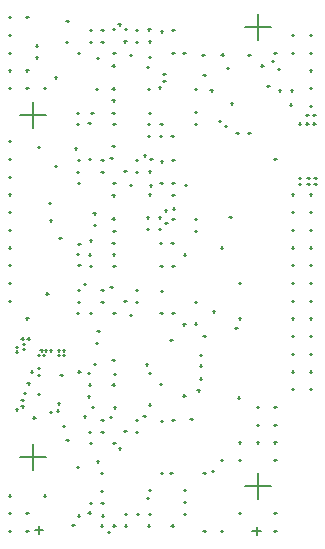
<source format=gbr>
G04*
G04 #@! TF.GenerationSoftware,Altium Limited,Altium Designer,24.9.1 (31)*
G04*
G04 Layer_Color=128*
%FSLAX44Y44*%
%MOMM*%
G71*
G04*
G04 #@! TF.SameCoordinates,2D473B94-B7B4-4BDE-9676-FEF16CC65D84*
G04*
G04*
G04 #@! TF.FilePolarity,Positive*
G04*
G01*
G75*
%ADD13C,0.1270*%
D13*
X26500Y13000D02*
X33500D01*
X30000Y9500D02*
Y16500D01*
X210500Y12000D02*
X217500D01*
X214000Y8500D02*
Y15500D01*
X204000Y439000D02*
X226000D01*
X215000Y428000D02*
Y450000D01*
X14000Y75000D02*
X36000D01*
X25000Y64000D02*
Y86000D01*
X204000Y50000D02*
X226000D01*
X215000Y39000D02*
Y61000D01*
X14000Y364000D02*
X36000D01*
X25000Y353000D02*
Y375000D01*
X33000Y161000D02*
X35000D01*
X34000Y160000D02*
Y162000D01*
X35000Y165000D02*
X37000D01*
X36000Y164000D02*
Y166000D01*
X31000Y165000D02*
X33000D01*
X32000Y164000D02*
Y166000D01*
X74000Y366000D02*
X76000D01*
X75000Y365000D02*
Y367000D01*
X92000Y366000D02*
X94000D01*
X93000Y365000D02*
Y367000D01*
X29000Y161000D02*
X31000D01*
X30000Y160000D02*
Y162000D01*
X63000Y237000D02*
X65000D01*
X64000Y236000D02*
Y238000D01*
X168000Y415000D02*
X170000D01*
X169000Y414000D02*
Y416000D01*
X27000Y413000D02*
X29000D01*
X28000Y412000D02*
Y414000D01*
X27000Y423000D02*
X29000D01*
X28000Y422000D02*
Y424000D01*
X62035Y66465D02*
X64036D01*
X63035Y65465D02*
Y67464D01*
X259000Y432000D02*
X261000D01*
X260000Y431000D02*
Y433000D01*
X259000Y417000D02*
X261000D01*
X260000Y416000D02*
Y418000D01*
X259000Y402000D02*
X261000D01*
X260000Y401000D02*
Y403000D01*
X259000Y387000D02*
X261000D01*
X260000Y386000D02*
Y388000D01*
X259000Y372000D02*
X261000D01*
X260000Y371000D02*
Y373000D01*
X259000Y297000D02*
X261000D01*
X260000Y296000D02*
Y298000D01*
X259000Y282000D02*
X261000D01*
X260000Y281000D02*
Y283000D01*
X259000Y267000D02*
X261000D01*
X260000Y266000D02*
Y268000D01*
X259000Y252000D02*
X261000D01*
X260000Y251000D02*
Y253000D01*
X259000Y237000D02*
X261000D01*
X260000Y236000D02*
Y238000D01*
X259000Y222000D02*
X261000D01*
X260000Y221000D02*
Y223000D01*
X259000Y207000D02*
X261000D01*
X260000Y206000D02*
Y208000D01*
X259000Y192000D02*
X261000D01*
X260000Y191000D02*
Y193000D01*
X259000Y177000D02*
X261000D01*
X260000Y176000D02*
Y178000D01*
X259000Y162000D02*
X261000D01*
X260000Y161000D02*
Y163000D01*
X259000Y147000D02*
X261000D01*
X260000Y146000D02*
Y148000D01*
X259000Y132000D02*
X261000D01*
X260000Y131000D02*
Y133000D01*
X244000Y432000D02*
X246000D01*
X245000Y431000D02*
Y433000D01*
X244000Y417000D02*
X246000D01*
X245000Y416000D02*
Y418000D01*
X244000Y297000D02*
X246000D01*
X245000Y296000D02*
Y298000D01*
X244000Y282000D02*
X246000D01*
X245000Y281000D02*
Y283000D01*
X244000Y267000D02*
X246000D01*
X245000Y266000D02*
Y268000D01*
X244000Y252000D02*
X246000D01*
X245000Y251000D02*
Y253000D01*
X244000Y237000D02*
X246000D01*
X245000Y236000D02*
Y238000D01*
X244000Y222000D02*
X246000D01*
X245000Y221000D02*
Y223000D01*
X244000Y207000D02*
X246000D01*
X245000Y206000D02*
Y208000D01*
X244000Y192000D02*
X246000D01*
X245000Y191000D02*
Y193000D01*
X244000Y177000D02*
X246000D01*
X245000Y176000D02*
Y178000D01*
X244000Y162000D02*
X246000D01*
X245000Y161000D02*
Y163000D01*
X244000Y147000D02*
X246000D01*
X245000Y146000D02*
Y148000D01*
X244000Y132000D02*
X246000D01*
X245000Y131000D02*
Y133000D01*
X229000Y417000D02*
X231000D01*
X230000Y416000D02*
Y418000D01*
X229000Y327000D02*
X231000D01*
X230000Y326000D02*
Y328000D01*
X229000Y117000D02*
X231000D01*
X230000Y116000D02*
Y118000D01*
X229000Y102000D02*
X231000D01*
X230000Y101000D02*
Y103000D01*
X229000Y87000D02*
X231000D01*
X230000Y86000D02*
Y88000D01*
X229000Y72000D02*
X231000D01*
X230000Y71000D02*
Y73000D01*
X229000Y27000D02*
X231000D01*
X230000Y26000D02*
Y28000D01*
X229000Y12000D02*
X231000D01*
X230000Y11000D02*
Y13000D01*
X214000Y117000D02*
X216000D01*
X215000Y116000D02*
Y118000D01*
X214000Y102000D02*
X216000D01*
X215000Y101000D02*
Y103000D01*
X214000Y87000D02*
X216000D01*
X215000Y86000D02*
Y88000D01*
X199000Y222000D02*
X201000D01*
X200000Y221000D02*
Y223000D01*
X199000Y192000D02*
X201000D01*
X200000Y191000D02*
Y193000D01*
X199000Y87000D02*
X201000D01*
X200000Y86000D02*
Y88000D01*
X199000Y72000D02*
X201000D01*
X200000Y71000D02*
Y73000D01*
X199000Y27000D02*
X201000D01*
X200000Y26000D02*
Y28000D01*
X184000Y252000D02*
X186000D01*
X185000Y251000D02*
Y253000D01*
X184000Y72000D02*
X186000D01*
X185000Y71000D02*
Y73000D01*
X184000Y12000D02*
X186000D01*
X185000Y11000D02*
Y13000D01*
X169000Y177000D02*
X171000D01*
X170000Y176000D02*
Y178000D01*
X169000Y12000D02*
X171000D01*
X170000Y11000D02*
Y13000D01*
X124000Y327000D02*
X126000D01*
X125000Y326000D02*
Y328000D01*
X34000Y387000D02*
X36000D01*
X35000Y386000D02*
Y388000D01*
X34000Y42000D02*
X36000D01*
X35000Y41000D02*
Y43000D01*
X19000Y447000D02*
X21000D01*
X20000Y446000D02*
Y448000D01*
X19000Y402000D02*
X21000D01*
X20000Y401000D02*
Y403000D01*
X19000Y387000D02*
X21000D01*
X20000Y386000D02*
Y388000D01*
X19000Y192000D02*
X21000D01*
X20000Y191000D02*
Y193000D01*
X19000Y27000D02*
X21000D01*
X20000Y26000D02*
Y28000D01*
X19000Y12000D02*
X21000D01*
X20000Y11000D02*
Y13000D01*
X4000Y447000D02*
X6000D01*
X5000Y446000D02*
Y448000D01*
X4000Y432000D02*
X6000D01*
X5000Y431000D02*
Y433000D01*
X4000Y417000D02*
X6000D01*
X5000Y416000D02*
Y418000D01*
X4000Y402000D02*
X6000D01*
X5000Y401000D02*
Y403000D01*
X4000Y387000D02*
X6000D01*
X5000Y386000D02*
Y388000D01*
X4000Y342000D02*
X6000D01*
X5000Y341000D02*
Y343000D01*
X4000Y327000D02*
X6000D01*
X5000Y326000D02*
Y328000D01*
X4000Y312000D02*
X6000D01*
X5000Y311000D02*
Y313000D01*
X4000Y297000D02*
X6000D01*
X5000Y296000D02*
Y298000D01*
X4000Y282000D02*
X6000D01*
X5000Y281000D02*
Y283000D01*
X4000Y267000D02*
X6000D01*
X5000Y266000D02*
Y268000D01*
X4000Y252000D02*
X6000D01*
X5000Y251000D02*
Y253000D01*
X4000Y237000D02*
X6000D01*
X5000Y236000D02*
Y238000D01*
X4000Y222000D02*
X6000D01*
X5000Y221000D02*
Y223000D01*
X4000Y207000D02*
X6000D01*
X5000Y206000D02*
Y208000D01*
X4000Y42000D02*
X6000D01*
X5000Y41000D02*
Y43000D01*
X4000Y27000D02*
X6000D01*
X5000Y26000D02*
Y28000D01*
X4000Y12000D02*
X6000D01*
X5000Y11000D02*
Y13000D01*
X43000Y321000D02*
X45000D01*
X44000Y320000D02*
Y322000D01*
X132323Y136277D02*
X134323D01*
X133323Y135277D02*
Y137277D01*
X133000Y105000D02*
X135000D01*
X134000Y104000D02*
Y106000D01*
X15000Y117500D02*
X17000D01*
X16000Y116500D02*
Y118500D01*
X62000Y356600D02*
X64000D01*
X63000Y355600D02*
Y357600D01*
X60000Y336000D02*
X62000D01*
X61000Y335000D02*
Y337000D01*
X92000Y338000D02*
X94000D01*
X93000Y337000D02*
Y339000D01*
X36000Y213000D02*
X38000D01*
X37000Y212000D02*
Y214000D01*
X169000Y61000D02*
X171000D01*
X170000Y60000D02*
Y62000D01*
X47000Y260000D02*
X49000D01*
X48000Y259000D02*
Y261000D01*
X38000Y290000D02*
X40000D01*
X39000Y289000D02*
Y291000D01*
X169000Y398000D02*
X171000D01*
X170000Y397000D02*
Y399000D01*
X43000Y396000D02*
X45000D01*
X44000Y395000D02*
Y397000D01*
X176000Y63000D02*
X178000D01*
X177000Y62000D02*
Y64000D01*
X141000Y61000D02*
X143000D01*
X142000Y60000D02*
Y62000D01*
X83000Y25000D02*
X85000D01*
X84000Y24000D02*
Y26000D01*
X62944Y25000D02*
X64944D01*
X63944Y24000D02*
Y26000D01*
X63000Y147000D02*
X65000D01*
X64000Y146000D02*
Y148000D01*
X72000Y136000D02*
X74000D01*
X73000Y135000D02*
Y137000D01*
X71000Y126000D02*
X73000D01*
X72000Y125000D02*
Y127000D01*
X92000Y136000D02*
X94000D01*
X93000Y135000D02*
Y137000D01*
X93000Y145000D02*
X95000D01*
X94000Y144000D02*
Y146000D01*
X141000Y174000D02*
X143000D01*
X142000Y173000D02*
Y175000D01*
X142600Y196600D02*
X144600D01*
X143600Y195600D02*
Y197600D01*
X153300Y305000D02*
X155300D01*
X154300Y304000D02*
Y306000D01*
X152000Y417000D02*
X154000D01*
X153000Y416000D02*
Y418000D01*
X135000Y393000D02*
X137000D01*
X136000Y392000D02*
Y394000D01*
X143000Y285000D02*
X145000D01*
X144000Y284000D02*
Y286000D01*
X161600Y187600D02*
X163600D01*
X162600Y186600D02*
Y188600D01*
X71000Y145600D02*
X73000D01*
X72000Y144600D02*
Y146600D01*
X76500Y153500D02*
X78500D01*
X77500Y152500D02*
Y154500D01*
X71600Y27600D02*
X73600D01*
X72600Y26600D02*
Y28600D01*
X63000Y255000D02*
X65000D01*
X64000Y254000D02*
Y256000D01*
X71600Y357600D02*
X73600D01*
X72600Y356600D02*
Y358600D01*
X133000Y435000D02*
X135000D01*
X134000Y434000D02*
Y436000D01*
X133000Y325000D02*
X135000D01*
X134000Y324000D02*
Y326000D01*
X133000Y215000D02*
X135000D01*
X134000Y214000D02*
Y216000D01*
X152000Y187000D02*
X154000D01*
X153000Y186000D02*
Y188000D01*
X53000Y89000D02*
X55000D01*
X54000Y88000D02*
Y90000D01*
X92900Y116681D02*
X94901D01*
X93900Y115681D02*
Y117682D01*
X97318Y81948D02*
X99319D01*
X98319Y80948D02*
Y82948D01*
X74756Y117037D02*
X76756D01*
X75756Y116038D02*
Y118038D01*
X89682Y108584D02*
X91682D01*
X90682Y107584D02*
Y109584D01*
X118274Y109617D02*
X120274D01*
X119274Y108617D02*
Y110617D01*
X106959Y194814D02*
X108959D01*
X107959Y193814D02*
Y195814D01*
X90226Y218861D02*
X92226D01*
X91226Y217861D02*
Y219861D01*
X136688Y272618D02*
X138688D01*
X137688Y271618D02*
Y273618D01*
X136213Y283461D02*
X138213D01*
X137213Y282461D02*
Y284461D01*
X75965Y280886D02*
X77965D01*
X76965Y279886D02*
Y281886D01*
X76304Y271195D02*
X78304D01*
X77304Y270195D02*
Y272195D01*
X123910Y304561D02*
X125910D01*
X124910Y303561D02*
Y305561D01*
X106651Y304711D02*
X108651D01*
X107651Y303710D02*
Y305711D01*
X122604Y316459D02*
X124604D01*
X123604Y315459D02*
Y317459D01*
X118831Y330041D02*
X120831D01*
X119831Y329041D02*
Y331041D01*
X90285Y327989D02*
X92285D01*
X91285Y326989D02*
Y328989D01*
X135000Y399000D02*
X137000D01*
X136000Y398000D02*
Y400000D01*
X78097Y386208D02*
X80097D01*
X79097Y385208D02*
Y387208D01*
X78741Y412329D02*
X80741D01*
X79741Y411329D02*
Y413330D01*
X106709Y415206D02*
X108709D01*
X107709Y414206D02*
Y416206D01*
X122257Y436730D02*
X124257D01*
X123257Y435730D02*
Y437730D01*
X122876Y426489D02*
X124876D01*
X123876Y425489D02*
Y427489D01*
X122543Y413390D02*
X124543D01*
X123543Y412390D02*
Y414390D01*
X97107Y440969D02*
X99107D01*
X98107Y439969D02*
Y441969D01*
X102375Y436792D02*
X104375D01*
X103375Y435792D02*
Y437792D01*
X92167Y436865D02*
X94167D01*
X93167Y435865D02*
Y437865D01*
X15000Y175000D02*
X17000D01*
X16000Y174000D02*
Y176000D01*
X20000Y175000D02*
X22000D01*
X21000Y174000D02*
Y176000D01*
X82600Y206000D02*
X84600D01*
X83600Y205000D02*
Y207000D01*
X10000Y115000D02*
X12000D01*
X11000Y114000D02*
Y116000D01*
X263000Y306000D02*
X265000D01*
X264000Y305000D02*
Y307000D01*
X257000Y306000D02*
X259000D01*
X258000Y305000D02*
Y307000D01*
X250000Y306000D02*
X252000D01*
X251000Y305000D02*
Y307000D01*
X263000Y311000D02*
X265000D01*
X264000Y310000D02*
Y312000D01*
X257000Y311000D02*
X259000D01*
X258000Y310000D02*
Y312000D01*
X250000Y311000D02*
X252000D01*
X251000Y310000D02*
Y312000D01*
X262000Y364000D02*
X264000D01*
X263000Y363000D02*
Y365000D01*
X256000Y364000D02*
X258000D01*
X257000Y363000D02*
Y365000D01*
X262000Y357000D02*
X264000D01*
X263000Y356000D02*
Y358000D01*
X256000Y357000D02*
X258000D01*
X257000Y356000D02*
Y358000D01*
X250000Y357000D02*
X252000D01*
X251000Y356000D02*
Y358000D01*
X196000Y184000D02*
X198000D01*
X197000Y183000D02*
Y185000D01*
X198000Y125000D02*
X200000D01*
X199000Y124000D02*
Y126000D01*
X88000Y11000D02*
X90000D01*
X89000Y10000D02*
Y12000D01*
X164000Y131000D02*
X166000D01*
X165000Y130000D02*
Y132000D01*
X78000Y171000D02*
X80000D01*
X79000Y170000D02*
Y172000D01*
X79204Y181204D02*
X81204D01*
X80204Y180204D02*
Y182204D01*
X39000Y113000D02*
X41000D01*
X40000Y112000D02*
Y114000D01*
X25000Y108000D02*
X27000D01*
X26000Y107000D02*
Y109000D01*
X48000Y144000D02*
X50000D01*
X49000Y143000D02*
Y145000D01*
X82000Y46000D02*
X84000D01*
X83000Y45000D02*
Y47000D01*
X79000Y71000D02*
X81000D01*
X80000Y70000D02*
Y72000D01*
X123000Y47000D02*
X125000D01*
X124000Y46000D02*
Y48000D01*
X123000Y119000D02*
X125000D01*
X124000Y118000D02*
Y120000D01*
X92000Y156600D02*
X94000D01*
X93000Y155600D02*
Y157600D01*
X120000Y153000D02*
X122000D01*
X121000Y152000D02*
Y154000D01*
X162000Y206000D02*
X164000D01*
X163000Y205000D02*
Y207000D01*
X152600Y246000D02*
X154600D01*
X153600Y245000D02*
Y247000D01*
X142000Y256000D02*
X144000D01*
X143000Y255000D02*
Y257000D01*
X142600Y276000D02*
X144600D01*
X143600Y275000D02*
Y277000D01*
X142600Y296600D02*
X144600D01*
X143600Y295600D02*
Y297600D01*
X132600Y356600D02*
X134600D01*
X133600Y355600D02*
Y357600D01*
X132000Y346600D02*
X134000D01*
X133000Y345600D02*
Y347600D01*
X122000Y346600D02*
X124000D01*
X123000Y345600D02*
Y347600D01*
X122000Y356600D02*
X124000D01*
X123000Y355600D02*
Y357600D01*
X92000Y406000D02*
X94000D01*
X93000Y405000D02*
Y407000D01*
X92000Y386600D02*
X94000D01*
X93000Y385600D02*
Y387600D01*
X92000Y376600D02*
X94000D01*
X93000Y375600D02*
Y377600D01*
X122000Y386000D02*
X124000D01*
X123000Y385000D02*
Y387000D01*
X131000Y387600D02*
X133000D01*
X132000Y386600D02*
Y388600D01*
X131135Y267600D02*
X133135D01*
X132135Y266600D02*
Y268600D01*
X131000Y277600D02*
X133000D01*
X132000Y276600D02*
Y278600D01*
X121000Y267600D02*
X123000D01*
X122000Y266600D02*
Y268600D01*
X121000Y277600D02*
X123000D01*
X122000Y276600D02*
Y278600D01*
X123000Y297000D02*
X125000D01*
X124000Y296000D02*
Y298000D01*
X92000Y296135D02*
X94000D01*
X93000Y295135D02*
Y297135D01*
X92735Y266000D02*
X94735D01*
X93735Y265000D02*
Y267000D01*
X92000Y276465D02*
X94000D01*
X93000Y275465D02*
Y277465D01*
X82000Y61000D02*
X84000D01*
X83000Y60000D02*
Y62000D01*
X133000Y61000D02*
X135000D01*
X134000Y60000D02*
Y62000D01*
X58000Y17000D02*
X60000D01*
X59000Y16000D02*
Y18000D01*
X121000Y405000D02*
X123000D01*
X122000Y404000D02*
Y406000D01*
X29000Y337000D02*
X31000D01*
X30000Y336000D02*
Y338000D01*
X177000Y198000D02*
X179000D01*
X178000Y197000D02*
Y199000D01*
X39000Y275000D02*
X41000D01*
X40000Y274000D02*
Y276000D01*
X191000Y278000D02*
X193000D01*
X192000Y277000D02*
Y279000D01*
X121000Y40000D02*
X123000D01*
X122000Y39000D02*
Y41000D01*
X158000Y107000D02*
X160000D01*
X159000Y106000D02*
Y108000D01*
X92256Y246256D02*
X94256D01*
X93256Y245256D02*
Y247256D01*
X72000Y246000D02*
X74000D01*
X73000Y245000D02*
Y247000D01*
X46000Y120000D02*
X48000D01*
X47000Y119000D02*
Y121000D01*
X45000Y114000D02*
X47000D01*
X46000Y113000D02*
Y115000D01*
X16026Y165889D02*
X18026D01*
X17026Y164889D02*
Y166889D01*
X15893Y170314D02*
X17893D01*
X16893Y169314D02*
Y171314D01*
X10000Y164000D02*
X12000D01*
X11000Y163000D02*
Y165000D01*
X10000Y168000D02*
X12000D01*
X11000Y167000D02*
Y169000D01*
X50000Y165000D02*
X52000D01*
X51000Y164000D02*
Y166000D01*
X46000Y165000D02*
X48000D01*
X47000Y164000D02*
Y166000D01*
X50000Y161000D02*
X52000D01*
X51000Y160000D02*
Y162000D01*
X46000Y161000D02*
X48000D01*
X47000Y160000D02*
Y162000D01*
X39000Y165000D02*
X41000D01*
X40000Y164000D02*
Y166000D01*
X20000Y137000D02*
X22000D01*
X21000Y136000D02*
Y138000D01*
X29000Y128000D02*
X31000D01*
X30000Y127000D02*
Y129000D01*
X29000Y144000D02*
X31000D01*
X30000Y143000D02*
Y145000D01*
X23000Y147000D02*
X25000D01*
X24000Y146000D02*
Y148000D01*
X29000Y150000D02*
X31000D01*
X30000Y149000D02*
Y151000D01*
X17000Y129000D02*
X19000D01*
X18000Y128000D02*
Y130000D01*
X15000Y123000D02*
X17000D01*
X16000Y122000D02*
Y124000D01*
X233000Y385000D02*
X235000D01*
X234000Y384000D02*
Y386000D01*
X242000Y373000D02*
X244000D01*
X243000Y372000D02*
Y374000D01*
X192000D02*
X194000D01*
X193000Y373000D02*
Y375000D01*
X182000Y359000D02*
X184000D01*
X183000Y358000D02*
Y360000D01*
X223000Y389000D02*
X225000D01*
X224000Y388000D02*
Y390000D01*
X243000Y385000D02*
X245000D01*
X244000Y384000D02*
Y386000D01*
X175000Y385000D02*
X177000D01*
X176000Y384000D02*
Y386000D01*
X218000Y406000D02*
X220000D01*
X219000Y405000D02*
Y407000D01*
X189000Y404000D02*
X191000D01*
X190000Y403000D02*
Y405000D01*
X184325Y415325D02*
X186325D01*
X185325Y414325D02*
Y416325D01*
X207000Y415000D02*
X209000D01*
X208000Y414000D02*
Y416000D01*
X232000Y403000D02*
X234000D01*
X233000Y402000D02*
Y404000D01*
X227000Y410000D02*
X229000D01*
X228000Y409000D02*
Y411000D01*
X207000Y349000D02*
X209000D01*
X208000Y348000D02*
Y350000D01*
X197000Y349000D02*
X199000D01*
X198000Y348000D02*
Y350000D01*
X162000Y366600D02*
X164000D01*
X163000Y365600D02*
Y367600D01*
X187000Y355000D02*
X189000D01*
X188000Y354000D02*
Y356000D01*
X68000Y109000D02*
X70000D01*
X69000Y108000D02*
Y110000D01*
X62000Y366000D02*
X64000D01*
X63000Y365000D02*
Y367000D01*
X53000Y444000D02*
X55000D01*
X54000Y443000D02*
Y445000D01*
X72000Y327000D02*
X74000D01*
X73000Y326000D02*
Y328000D01*
X92600Y236600D02*
X94600D01*
X93600Y235600D02*
Y237600D01*
X72600Y236600D02*
X74600D01*
X73600Y235600D02*
Y237600D01*
X68000Y221000D02*
X70000D01*
X69000Y220000D02*
Y222000D01*
X62600Y216000D02*
X64600D01*
X63600Y215000D02*
Y217000D01*
X62600Y206000D02*
X64600D01*
X63600Y205000D02*
Y207000D01*
X72600Y196600D02*
X74600D01*
X73600Y195600D02*
Y197600D01*
X62000Y196600D02*
X64000D01*
X63000Y195600D02*
Y197600D01*
X62000Y246600D02*
X64000D01*
X63000Y245600D02*
Y247600D01*
X92000Y256000D02*
X94000D01*
X93000Y255000D02*
Y257000D01*
X72600Y258000D02*
X74600D01*
X73600Y257000D02*
Y259000D01*
X62000Y316000D02*
X64000D01*
X63000Y315000D02*
Y317000D01*
X62600Y306600D02*
X64600D01*
X63600Y305600D02*
Y307600D01*
X62600Y326000D02*
X64600D01*
X63600Y325000D02*
Y327000D01*
X92600Y356600D02*
X94600D01*
X93600Y355600D02*
Y357600D01*
X72600Y436000D02*
X74600D01*
X73600Y435000D02*
Y437000D01*
X72600Y426000D02*
X74600D01*
X73600Y425000D02*
Y427000D01*
X62600Y416600D02*
X64600D01*
X63600Y415600D02*
Y417600D01*
X52600Y426000D02*
X54600D01*
X53600Y425000D02*
Y427000D01*
X142600Y436000D02*
X144600D01*
X143600Y435000D02*
Y437000D01*
X142600Y416600D02*
X144600D01*
X143600Y415600D02*
Y417600D01*
X122600Y366000D02*
X124600D01*
X123600Y365000D02*
Y367000D01*
X162000Y386000D02*
X164000D01*
X163000Y385000D02*
Y387000D01*
X162000Y356600D02*
X164000D01*
X163000Y355600D02*
Y357600D01*
X142000Y346600D02*
X144000D01*
X143000Y345600D02*
Y347600D01*
X142600Y326000D02*
X144600D01*
X143600Y325000D02*
Y327000D01*
X132600Y306600D02*
X134600D01*
X133600Y305600D02*
Y307600D01*
X142600Y306600D02*
X144600D01*
X143600Y305600D02*
Y307600D01*
X162000Y276000D02*
X164000D01*
X163000Y275000D02*
Y277000D01*
X162000Y266000D02*
X164000D01*
X163000Y265000D02*
Y267000D01*
X132000Y256000D02*
X134000D01*
X133000Y255000D02*
Y257000D01*
X142600Y236600D02*
X144600D01*
X143600Y235600D02*
Y237600D01*
X132600Y236600D02*
X134600D01*
X133600Y235600D02*
Y237600D01*
X132600Y196600D02*
X134600D01*
X133600Y195600D02*
Y197600D01*
X122600Y146000D02*
X124600D01*
X123600Y145000D02*
Y147000D01*
X166000Y161000D02*
X168000D01*
X167000Y160000D02*
Y162000D01*
X166000Y152000D02*
X168000D01*
X167000Y151000D02*
Y153000D01*
X166000Y141000D02*
X168000D01*
X167000Y140000D02*
Y142000D01*
X152000Y126600D02*
X154000D01*
X153000Y125600D02*
Y127600D01*
X142600Y106000D02*
X144600D01*
X143600Y105000D02*
Y107000D01*
X50000Y101000D02*
X52000D01*
X51000Y100000D02*
Y102000D01*
X72000Y96000D02*
X74000D01*
X73000Y95000D02*
Y97000D01*
X72600Y86600D02*
X74600D01*
X73600Y85600D02*
Y87600D01*
X82600Y36000D02*
X84600D01*
X83600Y35000D02*
Y37000D01*
X72600Y36000D02*
X74600D01*
X73600Y35000D02*
Y37000D01*
X152600Y46600D02*
X154600D01*
X153600Y45600D02*
Y47600D01*
X152600Y36600D02*
X154600D01*
X153600Y35600D02*
Y37600D01*
X152600Y26600D02*
X154600D01*
X153600Y25600D02*
Y27600D01*
X142000Y16600D02*
X144000D01*
X143000Y15600D02*
Y17600D01*
X122600Y26600D02*
X124600D01*
X123600Y25600D02*
Y27600D01*
X112600Y26600D02*
X114600D01*
X113600Y25600D02*
Y27600D01*
X122000Y16600D02*
X124000D01*
X123000Y15600D02*
Y17600D01*
X102600Y26600D02*
X104600D01*
X103600Y25600D02*
Y27600D01*
X102600Y16600D02*
X104600D01*
X103600Y15600D02*
Y17600D01*
X92600Y16600D02*
X94600D01*
X93600Y15600D02*
Y17600D01*
X82000Y16600D02*
X84000D01*
X83000Y15600D02*
Y17600D01*
X82600Y426000D02*
X84600D01*
X83600Y425000D02*
Y427000D01*
X82600Y436000D02*
X84600D01*
X83600Y435000D02*
Y437000D01*
X92600Y416600D02*
X94600D01*
X93600Y415600D02*
Y417600D01*
X102000Y426600D02*
X104000D01*
X103000Y425600D02*
Y427600D01*
X112000Y436000D02*
X114000D01*
X113000Y435000D02*
Y437000D01*
X112000Y426000D02*
X114000D01*
X113000Y425000D02*
Y427000D01*
X82600Y316000D02*
X84600D01*
X83600Y315000D02*
Y317000D01*
X82600Y326000D02*
X84600D01*
X83600Y325000D02*
Y327000D01*
X92600Y306600D02*
X94600D01*
X93600Y305600D02*
Y307600D01*
X102000Y316600D02*
X104000D01*
X103000Y315600D02*
Y317600D01*
X112000Y326000D02*
X114000D01*
X113000Y325000D02*
Y327000D01*
X112000Y316000D02*
X114000D01*
X113000Y315000D02*
Y317000D01*
X82600Y216000D02*
X84600D01*
X83600Y215000D02*
Y217000D01*
X92600Y196600D02*
X94600D01*
X93600Y195600D02*
Y197600D01*
X102000Y206600D02*
X104000D01*
X103000Y205600D02*
Y207600D01*
X112000Y216000D02*
X114000D01*
X113000Y215000D02*
Y217000D01*
X112000Y206000D02*
X114000D01*
X113000Y205000D02*
Y207000D01*
X112000Y96000D02*
X114000D01*
X113000Y95000D02*
Y97000D01*
X112000Y106000D02*
X114000D01*
X113000Y105000D02*
Y107000D01*
X102000Y96600D02*
X104000D01*
X103000Y95600D02*
Y97600D01*
X92600Y86600D02*
X94600D01*
X93600Y85600D02*
Y87600D01*
X82600Y106000D02*
X84600D01*
X83600Y105000D02*
Y107000D01*
X82600Y96000D02*
X84600D01*
X83600Y95000D02*
Y97000D01*
M02*

</source>
